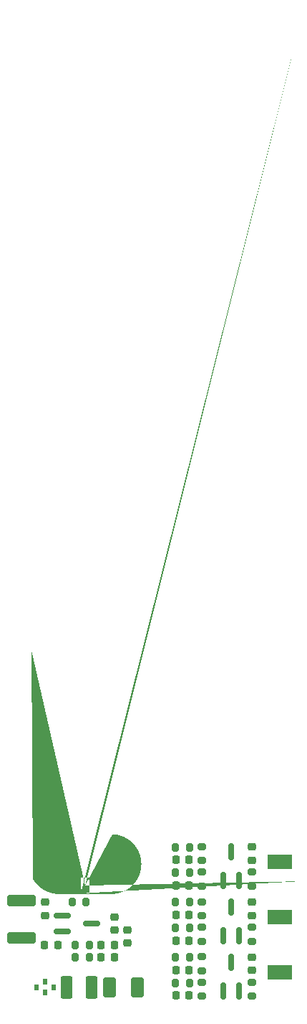
<source format=gtp>
G04 #@! TF.GenerationSoftware,KiCad,Pcbnew,8.0.2*
G04 #@! TF.CreationDate,2024-06-05T16:41:01+02:00*
G04 #@! TF.ProjectId,Local Oscillator 60 MHz,4c6f6361-6c20-44f7-9363-696c6c61746f,rev?*
G04 #@! TF.SameCoordinates,Original*
G04 #@! TF.FileFunction,Paste,Top*
G04 #@! TF.FilePolarity,Positive*
%FSLAX46Y46*%
G04 Gerber Fmt 4.6, Leading zero omitted, Abs format (unit mm)*
G04 Created by KiCad (PCBNEW 8.0.2) date 2024-06-05 16:41:01*
%MOMM*%
%LPD*%
G01*
G04 APERTURE LIST*
G04 Aperture macros list*
%AMRoundRect*
0 Rectangle with rounded corners*
0 $1 Rounding radius*
0 $2 $3 $4 $5 $6 $7 $8 $9 X,Y pos of 4 corners*
0 Add a 4 corners polygon primitive as box body*
4,1,4,$2,$3,$4,$5,$6,$7,$8,$9,$2,$3,0*
0 Add four circle primitives for the rounded corners*
1,1,$1+$1,$2,$3*
1,1,$1+$1,$4,$5*
1,1,$1+$1,$6,$7*
1,1,$1+$1,$8,$9*
0 Add four rect primitives between the rounded corners*
20,1,$1+$1,$2,$3,$4,$5,0*
20,1,$1+$1,$4,$5,$6,$7,0*
20,1,$1+$1,$6,$7,$8,$9,0*
20,1,$1+$1,$8,$9,$2,$3,0*%
%AMFreePoly0*
4,1,124,3.223017,6.045185,3.225213,6.044748,3.493463,6.030690,3.857889,5.972970,4.214285,5.877474,4.558747,5.745248,4.887500,5.577740,5.196943,5.376785,5.483685,5.144586,5.744586,4.883685,5.976785,4.596943,6.177740,4.287500,6.345248,3.958747,6.477474,3.614285,6.572970,3.257889,6.630690,2.893463,6.650000,2.525000,6.630690,2.156537,6.572970,1.792111,6.477474,1.435715,
6.345248,1.091253,6.177740,0.762500,5.976785,0.453057,5.744586,0.166315,5.483685,-0.094586,5.196943,-0.326785,4.887500,-0.527740,4.558747,-0.695248,4.214285,-0.827474,3.857889,-0.922970,3.493463,-0.980690,3.225213,-0.994748,3.223017,-0.995185,3.216787,-0.995189,3.125000,-1.000000,3.074255,-0.995297,-3.125000,-1.000000,-3.223017,-0.995185,-3.225213,-0.994748,-3.493463,-0.980690,
-3.857889,-0.922970,-4.214285,-0.827474,-4.558747,-0.695248,-4.887500,-0.527740,-5.196943,-0.326785,-5.483685,-0.094586,-5.744586,0.166315,-5.976785,0.453057,-6.177740,0.762500,-6.345248,1.091253,-6.477474,1.435715,-6.572970,1.792111,-6.630690,2.156537,-6.650000,2.525000,-6.643710,2.645020,-4.650000,2.645020,-4.650000,2.404980,-4.612450,2.167895,-4.538273,1.939603,-4.429297,1.725726,
-4.288205,1.531529,-4.118471,1.361795,-3.924274,1.220703,-3.710397,1.111727,-3.482105,1.037550,-3.245020,1.000000,-3.125000,1.000000,-3.074255,0.995297,3.125000,1.000000,3.245020,1.000000,3.482105,1.037550,3.710397,1.111727,3.924274,1.220703,4.118471,1.361795,4.288205,1.531529,4.429297,1.725726,4.538273,1.939603,4.612450,2.167895,4.650000,2.404980,4.650000,2.645020,
4.612450,2.882105,4.538273,3.110397,4.429297,3.324274,4.288205,3.518471,4.118471,3.688205,3.924274,3.829297,3.710397,3.938273,3.482105,4.012450,3.245020,4.050000,3.125000,4.050000,3.074255,4.054702,-3.125000,4.050000,-3.245020,4.050000,-3.482105,4.012450,-3.710397,3.938273,-3.924274,3.829297,-4.118471,3.688205,-4.288205,3.518471,-4.429297,3.324274,-4.538273,3.110397,
-4.612450,2.882105,-4.650000,2.645020,-6.643710,2.645020,-6.630690,2.893463,-6.572970,3.257889,-6.477474,3.614285,-6.345248,3.958747,-6.177740,4.287500,-5.976785,4.596943,-5.744586,4.883685,-5.483685,5.144586,-5.196943,5.376785,-4.887500,5.577740,-4.558747,5.745248,-4.214285,5.877474,-3.857889,5.972970,-3.493463,6.030690,-3.225213,6.044748,-3.223017,6.045185,-3.216787,6.045189,
-3.125000,6.050000,-3.074255,6.045297,3.125000,6.050000,3.223017,6.045185,3.223017,6.045185,$1*%
G04 Aperture macros list end*
%ADD10RoundRect,0.162500X0.162500X-0.837500X0.162500X0.837500X-0.162500X0.837500X-0.162500X-0.837500X0*%
%ADD11RoundRect,0.225000X0.225000X0.250000X-0.225000X0.250000X-0.225000X-0.250000X0.225000X-0.250000X0*%
%ADD12RoundRect,0.200000X0.275000X-0.200000X0.275000X0.200000X-0.275000X0.200000X-0.275000X-0.200000X0*%
%ADD13RoundRect,0.162500X-0.837500X-0.162500X0.837500X-0.162500X0.837500X0.162500X-0.837500X0.162500X0*%
%ADD14RoundRect,0.225000X-0.225000X-0.250000X0.225000X-0.250000X0.225000X0.250000X-0.225000X0.250000X0*%
%ADD15FreePoly0,0.000000*%
%ADD16RoundRect,0.250001X-0.499999X-0.924999X0.499999X-0.924999X0.499999X0.924999X-0.499999X0.924999X0*%
%ADD17RoundRect,0.225000X0.250000X-0.225000X0.250000X0.225000X-0.250000X0.225000X-0.250000X-0.225000X0*%
%ADD18RoundRect,0.200000X-0.200000X-0.275000X0.200000X-0.275000X0.200000X0.275000X-0.200000X0.275000X0*%
%ADD19RoundRect,0.250000X-1.450000X0.400000X-1.450000X-0.400000X1.450000X-0.400000X1.450000X0.400000X0*%
%ADD20R,3.000000X1.750000*%
%ADD21RoundRect,0.200000X0.200000X0.275000X-0.200000X0.275000X-0.200000X-0.275000X0.200000X-0.275000X0*%
%ADD22R,0.600000X0.800000*%
%ADD23R,0.600000X0.650000*%
%ADD24RoundRect,0.250001X-0.462499X-1.074999X0.462499X-1.074999X0.462499X1.074999X-0.462499X1.074999X0*%
%ADD25RoundRect,0.218750X-0.256250X0.218750X-0.256250X-0.218750X0.256250X-0.218750X0.256250X0.218750X0*%
G04 APERTURE END LIST*
D10*
X108750000Y-69040000D03*
X109700000Y-72460000D03*
X107800000Y-72460000D03*
D11*
X94925000Y-75000000D03*
X93375000Y-75000000D03*
D12*
X111250000Y-71425000D03*
X111250000Y-73075000D03*
D11*
X94925000Y-73500000D03*
X93375000Y-73500000D03*
D13*
X92210000Y-71000000D03*
X88790000Y-71950000D03*
X88790000Y-70050000D03*
D14*
X102225000Y-63500000D03*
X103775000Y-63500000D03*
D15*
X91475000Y-66525000D03*
D16*
X94375000Y-78500000D03*
X97625000Y-78500000D03*
D17*
X86750000Y-68475000D03*
X86750000Y-70025000D03*
D18*
X90325000Y-75000000D03*
X91975000Y-75000000D03*
D12*
X105250000Y-73075000D03*
X105250000Y-71425000D03*
D14*
X102225000Y-66500000D03*
X103775000Y-66500000D03*
D19*
X83975000Y-72725000D03*
X83975000Y-68275000D03*
D20*
X114500000Y-63750000D03*
D14*
X103775000Y-76500000D03*
X102225000Y-76500000D03*
D18*
X102175000Y-65000000D03*
X103825000Y-65000000D03*
D14*
X102225000Y-79500000D03*
X103775000Y-79500000D03*
D21*
X103825000Y-62000000D03*
X102175000Y-62000000D03*
D20*
X114500000Y-76750000D03*
D21*
X102175000Y-75000000D03*
X103825000Y-75000000D03*
D22*
X85750000Y-78500000D03*
D23*
X86750000Y-77875000D03*
X86750000Y-79125000D03*
D22*
X87750000Y-78500000D03*
D14*
X102225000Y-73000000D03*
X103775000Y-73000000D03*
D10*
X108750000Y-75540000D03*
X109700000Y-78960000D03*
X107800000Y-78960000D03*
D12*
X105250000Y-63575000D03*
X105250000Y-61925000D03*
D18*
X102175000Y-78000000D03*
X103825000Y-78000000D03*
D17*
X111250000Y-68475000D03*
X111250000Y-70025000D03*
D14*
X103775000Y-70000000D03*
X102225000Y-70000000D03*
D18*
X91975000Y-73500000D03*
X90325000Y-73500000D03*
D12*
X105250000Y-74925000D03*
X105250000Y-76575000D03*
D17*
X111250000Y-74975000D03*
X111250000Y-76525000D03*
D18*
X102175000Y-71500000D03*
X103825000Y-71500000D03*
D21*
X102175000Y-68500000D03*
X103825000Y-68500000D03*
D14*
X88250000Y-73500000D03*
X86700000Y-73500000D03*
D12*
X111250000Y-66575000D03*
X111250000Y-64925000D03*
D24*
X89262500Y-78500000D03*
X92237500Y-78500000D03*
D12*
X105250000Y-66575000D03*
X105250000Y-64925000D03*
D25*
X94975000Y-70212500D03*
X94975000Y-71787500D03*
D20*
X114500000Y-70250000D03*
D10*
X107800000Y-65960000D03*
X109700000Y-65960000D03*
X108750000Y-62540000D03*
D12*
X111250000Y-77925000D03*
X111250000Y-79575000D03*
D17*
X96475000Y-73275000D03*
X96475000Y-71725000D03*
D12*
X105250000Y-68425000D03*
X105250000Y-70075000D03*
D21*
X89925000Y-68500000D03*
X91575000Y-68500000D03*
D12*
X105250000Y-79575000D03*
X105250000Y-77925000D03*
D17*
X111250000Y-63525000D03*
X111250000Y-61975000D03*
M02*

</source>
